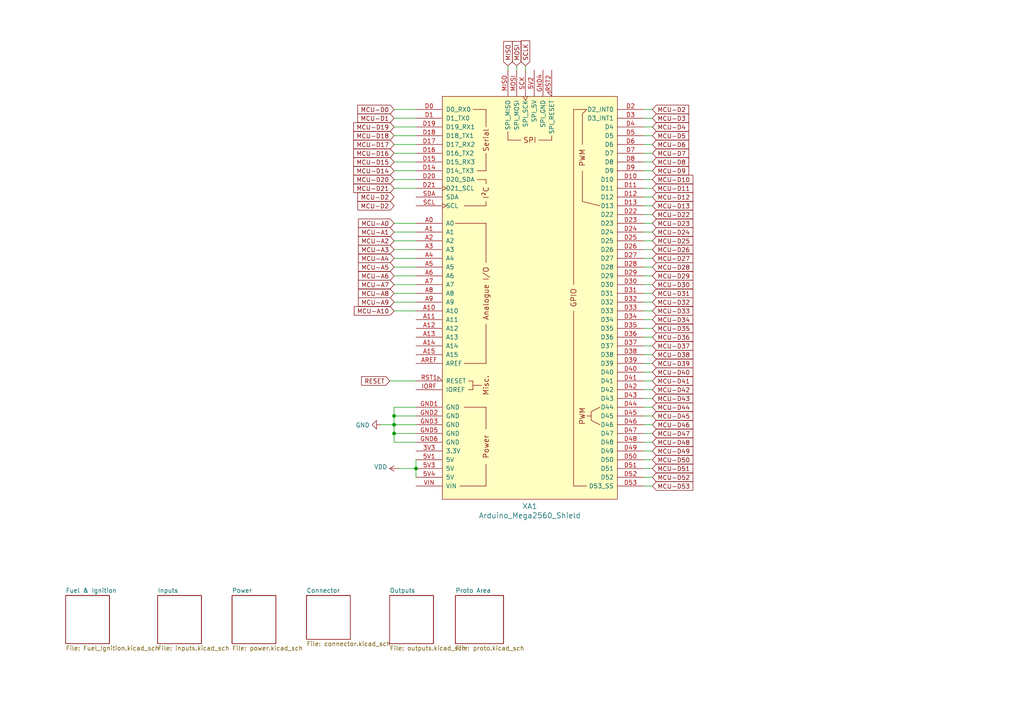
<source format=kicad_sch>
(kicad_sch (version 20250114) (generator "eeschema") (generator_version "9.0")
  (paper "A4")
  (title_block (title "0.4") (date "2021-03-27") (rev "4d") (company "Speeduino"))
  (lib_symbols
    (symbol "power:GND" (power) (pin_numbers (hide yes)) (pin_names (offset 0) (hide yes))
      (property "Value" "GND" (at 0 -3.81 0))
      (symbol "GND_0_1"
        (polyline (pts (xy 0 0) (xy 0 -1.27) (xy 1.27 -1.27) (xy 0 -2.54) (xy -1.27 -1.27) (xy 0 -1.27)))
      )
      (symbol "GND_1_1"
        (pin power_in line (at 0 0 270) (length 0) (name "~") (number "1"))
      )
    )
    (symbol "power:VDD" (power) (pin_numbers (hide yes)) (pin_names (offset 0) (hide yes))
      (property "Value" "VDD" (at 0 3.556 0))
      (symbol "VDD_0_1"
        (polyline (pts (xy -0.762 1.27) (xy 0 2.54)))
        (polyline (pts (xy 0 2.54) (xy 0.762 1.27)))
        (polyline (pts (xy 0 0) (xy 0 2.54)))
      )
      (symbol "VDD_1_1"
        (pin power_in line (at 0 0 90) (length 0) (name "~") (number "1"))
      )
    )
    (symbol "v0.4.4c-rescue:Arduino_Mega2560_Shield-Arduino" (pin_names (offset 1.016))
      (property "Reference" "XA" (at 2.54 0 90))
      (property "Value" "v0.4.4c-rescue_Arduino_Mega2560_Shield-Arduino" (at -2.54 0 90))
      (symbol "Arduino_Mega2560_Shield-Arduino_0_0"
        (rectangle (start -25.4 -58.42) (end 25.4 58.42) (fill (type background)))
        (polyline (pts (xy -21.59 21.59) (xy -12.7 21.59)))
        (rectangle (start -20.32 -54.61) (end -12.7 -54.61))
        (rectangle (start -19.05 26.67) (end -12.7 26.67))
        (rectangle (start -19.05 -19.05) (end -12.7 -19.05))
        (rectangle (start -19.05 -31.75) (end -12.7 -31.75))
        (rectangle (start -17.78 -24.13) (end -16.51 -24.13))
        (rectangle (start -17.78 -26.67) (end -16.51 -26.67))
        (rectangle (start -16.51 54.61) (end -12.7 54.61))
        (rectangle (start -16.51 -24.13) (end -16.51 -26.67))
        (rectangle (start -16.51 -25.4) (end -13.97 -25.4))
        (rectangle (start -15.24 36.83) (end -12.7 36.83))
        (rectangle (start -15.24 34.29) (end -12.7 34.29))
        (rectangle (start -12.7 49.53) (end -12.7 54.61))
        (rectangle (start -12.7 41.91) (end -12.7 36.83))
        (rectangle (start -12.7 34.29) (end -12.7 33.02))
        (rectangle (start -12.7 26.67) (end -12.7 27.94))
        (polyline (pts (xy -12.7 10.16) (xy -12.7 21.59)))
        (polyline (pts (xy -12.7 -19.05) (xy -12.7 -7.62)))
        (rectangle (start -12.7 -31.75) (end -12.7 -38.1))
        (rectangle (start -12.7 -54.61) (end -12.7 -48.26))
        (rectangle (start -6.35 48.26) (end -6.35 45.72))
        (rectangle (start -2.54 45.72) (end -6.35 45.72))
        (rectangle (start 6.35 46.99) (end 6.35 45.72))
        (rectangle (start 6.35 45.72) (end 2.54 45.72))
        (polyline (pts (xy 12.7 54.61) (xy 16.51 54.61)))
        (polyline (pts (xy 12.7 -54.61) (xy 16.51 -54.61)))
        (polyline (pts (xy 15.24 44.45) (xy 15.24 53.34) (xy 16.51 54.61)))
        (polyline (pts (xy 15.24 36.83) (xy 15.24 27.94) (xy 20.32 26.67)))
        (polyline (pts (xy 17.78 -34.29) (xy 16.51 -34.29)))
        (polyline (pts (xy 20.32 -31.75) (xy 17.78 -33.02) (xy 17.78 -35.56) (xy 20.32 -36.83)))
        (text "Serial" (at -12.7 45.72 900) (effects (font (size 1.524 1.524))))
        (text "I²C" (at -12.7 30.48 900) (effects (font (size 1.524 1.524))))
        (text "Analogue I/O" (at -12.7 1.27 900) (effects (font (size 1.524 1.524))))
        (text "Misc." (at -12.7 -25.4 900) (effects (font (size 1.524 1.524))))
        (text "Power" (at -12.7 -43.18 900) (effects (font (size 1.524 1.524))))
        (text "SPI" (at 0 45.72 0) (effects (font (size 1.524 1.524))))
        (text "PWM" (at 15.24 40.64 900) (effects (font (size 1.524 1.524))))
        (text "PWM" (at 15.24 -34.29 900) (effects (font (size 1.524 1.524))))
      )
      (symbol "Arduino_Mega2560_Shield-Arduino_1_0"
        (rectangle (start 12.7 54.61) (end 12.7 3.81))
        (rectangle (start 12.7 -54.61) (end 12.7 -3.81))
        (text "GPIO" (at 12.7 0 900) (effects (font (size 1.524 1.524))))
      )
      (symbol "Arduino_Mega2560_Shield-Arduino_1_1"
        (pin bidirectional line (at -33.02 54.61 0) (length 7.62) (name "D0_RX0") (number "D0"))
        (pin bidirectional line (at -33.02 52.07 0) (length 7.62) (name "D1_TX0") (number "D1"))
        (pin bidirectional line (at -33.02 49.53 0) (length 7.62) (name "D19_RX1") (number "D19"))
        (pin bidirectional line (at -33.02 46.99 0) (length 7.62) (name "D18_TX1") (number "D18"))
        (pin bidirectional line (at -33.02 44.45 0) (length 7.62) (name "D17_RX2") (number "D17"))
        (pin bidirectional line (at -33.02 41.91 0) (length 7.62) (name "D16_TX2") (number "D16"))
        (pin bidirectional line (at -33.02 39.37 0) (length 7.62) (name "D15_RX3") (number "D15"))
        (pin bidirectional line (at -33.02 36.83 0) (length 7.62) (name "D14_TX3") (number "D14"))
        (pin bidirectional line (at -33.02 34.29 0) (length 7.62) (name "D20_SDA") (number "D20"))
        (pin bidirectional clock (at -33.02 31.75 0) (length 7.62) (name "D21_SCL") (number "D21"))
        (pin bidirectional line (at -33.02 29.21 0) (length 7.62) (name "SDA") (number "SDA"))
        (pin bidirectional clock (at -33.02 26.67 0) (length 7.62) (name "SCL") (number "SCL"))
        (pin bidirectional line (at -33.02 21.59 0) (length 7.62) (name "A0") (number "A0"))
        (pin bidirectional line (at -33.02 19.05 0) (length 7.62) (name "A1") (number "A1"))
        (pin bidirectional line (at -33.02 16.51 0) (length 7.62) (name "A2") (number "A2"))
        (pin bidirectional line (at -33.02 13.97 0) (length 7.62) (name "A3") (number "A3"))
        (pin bidirectional line (at -33.02 11.43 0) (length 7.62) (name "A4") (number "A4"))
        (pin bidirectional line (at -33.02 8.89 0) (length 7.62) (name "A5") (number "A5"))
        (pin bidirectional line (at -33.02 6.35 0) (length 7.62) (name "A6") (number "A6"))
        (pin bidirectional line (at -33.02 3.81 0) (length 7.62) (name "A7") (number "A7"))
        (pin bidirectional line (at -33.02 1.27 0) (length 7.62) (name "A8") (number "A8"))
        (pin bidirectional line (at -33.02 -1.27 0) (length 7.62) (name "A9") (number "A9"))
        (pin bidirectional line (at -33.02 -3.81 0) (length 7.62) (name "A10") (number "A10"))
        (pin bidirectional line (at -33.02 -6.35 0) (length 7.62) (name "A11") (number "A11"))
        (pin bidirectional line (at -33.02 -8.89 0) (length 7.62) (name "A12") (number "A12"))
        (pin bidirectional line (at -33.02 -11.43 0) (length 7.62) (name "A13") (number "A13"))
        (pin bidirectional line (at -33.02 -13.97 0) (length 7.62) (name "A14") (number "A14"))
        (pin bidirectional line (at -33.02 -16.51 0) (length 7.62) (name "A15") (number "A15"))
        (pin input line (at -33.02 -19.05 0) (length 7.62) (name "AREF") (number "AREF"))
        (pin open_collector input_low (at -33.02 -24.13 0) (length 7.62) (name "RESET") (number "RST1"))
        (pin output line (at -33.02 -26.67 0) (length 7.62) (name "IOREF") (number "IORF"))
        (pin power_in line (at -33.02 -31.75 0) (length 7.62) (name "GND") (number "GND1"))
        (pin power_in line (at -33.02 -34.29 0) (length 7.62) (name "GND") (number "GND2"))
        (pin power_in line (at -33.02 -36.83 0) (length 7.62) (name "GND") (number "GND3"))
        (pin power_in line (at -33.02 -39.37 0) (length 7.62) (name "GND") (number "GND5"))
        (pin power_in line (at -33.02 -41.91 0) (length 7.62) (name "GND") (number "GND6"))
        (pin power_in line (at -33.02 -44.45 0) (length 7.62) (name "3.3V") (number "3V3"))
        (pin power_in line (at -33.02 -46.99 0) (length 7.62) (name "5V") (number "5V1"))
        (pin power_in line (at -33.02 -49.53 0) (length 7.62) (name "5V") (number "5V3"))
        (pin power_in line (at -33.02 -52.07 0) (length 7.62) (name "5V") (number "5V4"))
        (pin power_in line (at -33.02 -54.61 0) (length 7.62) (name "VIN") (number "VIN"))
        (pin input line (at -6.35 66.04 270) (length 7.62) (name "SPI_MISO") (number "MISO"))
        (pin output line (at -3.81 66.04 270) (length 7.62) (name "SPI_MOSI") (number "MOSI"))
        (pin output clock (at -1.27 66.04 270) (length 7.62) (name "SPI_SCK") (number "SCK"))
        (pin power_in line (at 1.27 66.04 270) (length 7.62) (name "SPI_5V") (number "5V2"))
        (pin power_in line (at 3.81 66.04 270) (length 7.62) (name "SPI_GND") (number "GND4"))
        (pin open_collector input_low (at 6.35 66.04 270) (length 7.62) (name "SPI_RESET") (number "RST2"))
        (pin bidirectional line (at 33.02 54.61 180) (length 7.62) (name "D2_INT0") (number "D2"))
        (pin bidirectional line (at 33.02 52.07 180) (length 7.62) (name "D3_INT1") (number "D3"))
        (pin bidirectional line (at 33.02 49.53 180) (length 7.62) (name "D4") (number "D4"))
        (pin bidirectional line (at 33.02 46.99 180) (length 7.62) (name "D5") (number "D5"))
        (pin bidirectional line (at 33.02 44.45 180) (length 7.62) (name "D6") (number "D6"))
        (pin bidirectional line (at 33.02 41.91 180) (length 7.62) (name "D7") (number "D7"))
        (pin bidirectional line (at 33.02 39.37 180) (length 7.62) (name "D8") (number "D8"))
        (pin bidirectional line (at 33.02 36.83 180) (length 7.62) (name "D9") (number "D9"))
        (pin bidirectional line (at 33.02 34.29 180) (length 7.62) (name "D10") (number "D10"))
        (pin bidirectional line (at 33.02 31.75 180) (length 7.62) (name "D11") (number "D11"))
        (pin bidirectional line (at 33.02 29.21 180) (length 7.62) (name "D12") (number "D12"))
        (pin bidirectional line (at 33.02 26.67 180) (length 7.62) (name "D13") (number "D13"))
        (pin bidirectional line (at 33.02 24.13 180) (length 7.62) (name "D22") (number "D22"))
        (pin bidirectional line (at 33.02 21.59 180) (length 7.62) (name "D23") (number "D23"))
        (pin bidirectional line (at 33.02 19.05 180) (length 7.62) (name "D24") (number "D24"))
        (pin bidirectional line (at 33.02 16.51 180) (length 7.62) (name "D25") (number "D25"))
        (pin bidirectional line (at 33.02 13.97 180) (length 7.62) (name "D26") (number "D26"))
        (pin bidirectional line (at 33.02 11.43 180) (length 7.62) (name "D27") (number "D27"))
        (pin bidirectional line (at 33.02 8.89 180) (length 7.62) (name "D28") (number "D28"))
        (pin bidirectional line (at 33.02 6.35 180) (length 7.62) (name "D29") (number "D29"))
        (pin bidirectional line (at 33.02 3.81 180) (length 7.62) (name "D30") (number "D30"))
        (pin bidirectional line (at 33.02 1.27 180) (length 7.62) (name "D31") (number "D31"))
        (pin bidirectional line (at 33.02 -1.27 180) (length 7.62) (name "D32") (number "D32"))
        (pin bidirectional line (at 33.02 -3.81 180) (length 7.62) (name "D33") (number "D33"))
        (pin bidirectional line (at 33.02 -6.35 180) (length 7.62) (name "D34") (number "D34"))
        (pin bidirectional line (at 33.02 -8.89 180) (length 7.62) (name "D35") (number "D35"))
        (pin bidirectional line (at 33.02 -11.43 180) (length 7.62) (name "D36") (number "D36"))
        (pin bidirectional line (at 33.02 -13.97 180) (length 7.62) (name "D37") (number "D37"))
        (pin bidirectional line (at 33.02 -16.51 180) (length 7.62) (name "D38") (number "D38"))
        (pin bidirectional line (at 33.02 -19.05 180) (length 7.62) (name "D39") (number "D39"))
        (pin bidirectional line (at 33.02 -21.59 180) (length 7.62) (name "D40") (number "D40"))
        (pin bidirectional line (at 33.02 -24.13 180) (length 7.62) (name "D41") (number "D41"))
        (pin bidirectional line (at 33.02 -26.67 180) (length 7.62) (name "D42") (number "D42"))
        (pin bidirectional line (at 33.02 -29.21 180) (length 7.62) (name "D43") (number "D43"))
        (pin bidirectional line (at 33.02 -31.75 180) (length 7.62) (name "D44") (number "D44"))
        (pin bidirectional line (at 33.02 -34.29 180) (length 7.62) (name "D45") (number "D45"))
        (pin bidirectional line (at 33.02 -36.83 180) (length 7.62) (name "D46") (number "D46"))
        (pin bidirectional line (at 33.02 -39.37 180) (length 7.62) (name "D47") (number "D47"))
        (pin bidirectional line (at 33.02 -41.91 180) (length 7.62) (name "D48") (number "D48"))
        (pin bidirectional line (at 33.02 -44.45 180) (length 7.62) (name "D49") (number "D49"))
        (pin bidirectional line (at 33.02 -46.99 180) (length 7.62) (name "D50") (number "D50"))
        (pin bidirectional line (at 33.02 -49.53 180) (length 7.62) (name "D51") (number "D51"))
        (pin bidirectional line (at 33.02 -52.07 180) (length 7.62) (name "D52") (number "D52"))
        (pin bidirectional line (at 33.02 -54.61 180) (length 7.62) (name "D53_SS") (number "D53"))
      )
    )
  )
  (junction (at 120.65 135.89))
  (junction (at 114.3 120.65))
  (junction (at 114.3 125.73))
  (junction (at 114.3 123.19))
  (wire (pts (xy 189.23 59.69) (xy 186.69 59.69)))
  (wire (pts (xy 120.65 74.93) (xy 114.3 74.93)))
  (wire (pts (xy 114.3 41.91) (xy 120.65 41.91)))
  (wire (pts (xy 120.65 133.35) (xy 120.65 135.89)))
  (wire (pts (xy 120.65 49.53) (xy 114.3 49.53)))
  (wire (pts (xy 120.65 123.19) (xy 114.3 123.19)))
  (wire (pts (xy 120.65 118.11) (xy 114.3 118.11)))
  (wire (pts (xy 189.23 49.53) (xy 186.69 49.53)))
  (wire (pts (xy 189.23 44.45) (xy 186.69 44.45)))
  (wire (pts (xy 114.3 46.99) (xy 120.65 46.99)))
  (wire (pts (xy 114.3 118.11) (xy 114.3 120.65)))
  (wire (pts (xy 152.4 19.05) (xy 152.4 20.32)))
  (wire (pts (xy 186.69 135.89) (xy 189.23 135.89)))
  (wire (pts (xy 186.69 52.07) (xy 189.23 52.07)))
  (wire (pts (xy 120.65 138.43) (xy 120.65 135.89)))
  (wire (pts (xy 114.3 82.55) (xy 120.65 82.55)))
  (wire (pts (xy 113.03 110.49) (xy 120.65 110.49)))
  (wire (pts (xy 186.69 125.73) (xy 189.23 125.73)))
  (wire (pts (xy 120.65 128.27) (xy 114.3 128.27)))
  (wire (pts (xy 186.69 140.97) (xy 189.23 140.97)))
  (wire (pts (xy 189.23 118.11) (xy 186.69 118.11)))
  (wire (pts (xy 186.69 74.93) (xy 189.23 74.93)))
  (wire (pts (xy 189.23 133.35) (xy 186.69 133.35)))
  (wire (pts (xy 114.3 67.31) (xy 120.65 67.31)))
  (wire (pts (xy 120.65 120.65) (xy 114.3 120.65)))
  (wire (pts (xy 186.69 105.41) (xy 189.23 105.41)))
  (wire (pts (xy 189.23 39.37) (xy 186.69 39.37)))
  (wire (pts (xy 120.65 125.73) (xy 114.3 125.73)))
  (wire (pts (xy 114.3 77.47) (xy 120.65 77.47)))
  (wire (pts (xy 120.65 44.45) (xy 114.3 44.45)))
  (wire (pts (xy 186.69 80.01) (xy 189.23 80.01)))
  (wire (pts (xy 120.65 34.29) (xy 114.3 34.29)))
  (wire (pts (xy 120.65 80.01) (xy 114.3 80.01)))
  (wire (pts (xy 186.69 115.57) (xy 189.23 115.57)))
  (wire (pts (xy 189.23 123.19) (xy 186.69 123.19)))
  (wire (pts (xy 120.65 90.17) (xy 114.3 90.17)))
  (wire (pts (xy 186.69 41.91) (xy 189.23 41.91)))
  (wire (pts (xy 186.69 46.99) (xy 189.23 46.99)))
  (wire (pts (xy 189.23 67.31) (xy 186.69 67.31)))
  (wire (pts (xy 186.69 85.09) (xy 189.23 85.09)))
  (wire (pts (xy 149.86 19.05) (xy 149.86 20.32)))
  (wire (pts (xy 114.3 128.27) (xy 114.3 125.73)))
  (wire (pts (xy 186.69 130.81) (xy 189.23 130.81)))
  (wire (pts (xy 189.23 113.03) (xy 186.69 113.03)))
  (wire (pts (xy 147.32 19.05) (xy 147.32 20.32)))
  (wire (pts (xy 189.23 62.23) (xy 186.69 62.23)))
  (wire (pts (xy 120.65 39.37) (xy 114.3 39.37)))
  (wire (pts (xy 114.3 52.07) (xy 120.65 52.07)))
  (wire (pts (xy 189.23 102.87) (xy 186.69 102.87)))
  (wire (pts (xy 186.69 95.25) (xy 189.23 95.25)))
  (wire (pts (xy 189.23 87.63) (xy 186.69 87.63)))
  (wire (pts (xy 120.65 54.61) (xy 114.3 54.61)))
  (wire (pts (xy 189.23 128.27) (xy 186.69 128.27)))
  (wire (pts (xy 115.57 135.89) (xy 120.65 135.89)))
  (wire (pts (xy 114.3 72.39) (xy 120.65 72.39)))
  (wire (pts (xy 186.69 69.85) (xy 189.23 69.85)))
  (wire (pts (xy 189.23 107.95) (xy 186.69 107.95)))
  (wire (pts (xy 189.23 77.47) (xy 186.69 77.47)))
  (wire (pts (xy 189.23 54.61) (xy 186.69 54.61)))
  (wire (pts (xy 114.3 31.75) (xy 120.65 31.75)))
  (wire (pts (xy 120.65 69.85) (xy 114.3 69.85)))
  (wire (pts (xy 114.3 87.63) (xy 120.65 87.63)))
  (wire (pts (xy 189.23 92.71) (xy 186.69 92.71)))
  (wire (pts (xy 186.69 90.17) (xy 189.23 90.17)))
  (wire (pts (xy 186.69 64.77) (xy 189.23 64.77)))
  (wire (pts (xy 186.69 100.33) (xy 189.23 100.33)))
  (wire (pts (xy 186.69 31.75) (xy 189.23 31.75)))
  (wire (pts (xy 114.3 36.83) (xy 120.65 36.83)))
  (wire (pts (xy 186.69 36.83) (xy 189.23 36.83)))
  (wire (pts (xy 114.3 123.19) (xy 110.49 123.19)))
  (wire (pts (xy 189.23 34.29) (xy 186.69 34.29)))
  (wire (pts (xy 120.65 85.09) (xy 114.3 85.09)))
  (wire (pts (xy 186.69 120.65) (xy 189.23 120.65)))
  (wire (pts (xy 189.23 82.55) (xy 186.69 82.55)))
  (wire (pts (xy 114.3 125.73) (xy 114.3 123.19)))
  (wire (pts (xy 186.69 110.49) (xy 189.23 110.49)))
  (wire (pts (xy 189.23 72.39) (xy 186.69 72.39)))
  (wire (pts (xy 189.23 138.43) (xy 186.69 138.43)))
  (wire (pts (xy 114.3 120.65) (xy 114.3 123.19)))
  (wire (pts (xy 186.69 57.15) (xy 189.23 57.15)))
  (wire (pts (xy 189.23 97.79) (xy 186.69 97.79)))
  (wire (pts (xy 114.3 64.77) (xy 120.65 64.77)))
  (global_label "MCU-D6" (shape input) (at 189.23 41.91 0) (property "Intersheetrefs" "${INTERSHEET_REFS}" (effects (hide yes))))
  (global_label "MCU-D44" (shape input) (at 189.23 118.11 0) (property "Intersheetrefs" "${INTERSHEET_REFS}" (effects (hide yes))))
  (global_label "MCU-D0" (shape input) (at 114.3 31.75 180) (property "Intersheetrefs" "${INTERSHEET_REFS}" (effects (hide yes))))
  (global_label "MCU-D21" (shape input) (at 114.3 54.61 180) (property "Intersheetrefs" "${INTERSHEET_REFS}" (effects (hide yes))))
  (global_label "MCU-D13" (shape input) (at 189.23 59.69 0) (property "Intersheetrefs" "${INTERSHEET_REFS}" (effects (hide yes))))
  (global_label "MCU-D48" (shape input) (at 189.23 128.27 0) (property "Intersheetrefs" "${INTERSHEET_REFS}" (effects (hide yes))))
  (global_label "MCU-D14" (shape input) (at 114.3 49.53 180) (property "Intersheetrefs" "${INTERSHEET_REFS}" (effects (hide yes))))
  (global_label "MCU-D52" (shape input) (at 189.23 138.43 0) (property "Intersheetrefs" "${INTERSHEET_REFS}" (effects (hide yes))))
  (global_label "MCU-D2" (shape input) (at 114.3 57.15 180) (property "Intersheetrefs" "${INTERSHEET_REFS}" (effects (hide yes))))
  (global_label "MCU-D46" (shape input) (at 189.23 123.19 0) (property "Intersheetrefs" "${INTERSHEET_REFS}" (effects (hide yes))))
  (global_label "MCU-D10" (shape input) (at 189.23 52.07 0) (property "Intersheetrefs" "${INTERSHEET_REFS}" (effects (hide yes))))
  (global_label "MCU-D1" (shape input) (at 114.3 34.29 180) (property "Intersheetrefs" "${INTERSHEET_REFS}" (effects (hide yes))))
  (global_label "MCU-D40" (shape input) (at 189.23 107.95 0) (property "Intersheetrefs" "${INTERSHEET_REFS}" (effects (hide yes))))
  (global_label "MCU-D20" (shape input) (at 114.3 52.07 180) (property "Intersheetrefs" "${INTERSHEET_REFS}" (effects (hide yes))))
  (global_label "MCU-D41" (shape input) (at 189.23 110.49 0) (property "Intersheetrefs" "${INTERSHEET_REFS}" (effects (hide yes))))
  (global_label "MCU-D9" (shape input) (at 189.23 49.53 0) (property "Intersheetrefs" "${INTERSHEET_REFS}" (effects (hide yes))))
  (global_label "MCU-D30" (shape input) (at 189.23 82.55 0) (property "Intersheetrefs" "${INTERSHEET_REFS}" (effects (hide yes))))
  (global_label "RESET" (shape input) (at 113.03 110.49 180) (property "Intersheetrefs" "${INTERSHEET_REFS}" (effects (hide yes))))
  (global_label "MCU-D16" (shape input) (at 114.3 44.45 180) (property "Intersheetrefs" "${INTERSHEET_REFS}" (effects (hide yes))))
  (global_label "MCU-D25" (shape input) (at 189.23 69.85 0) (property "Intersheetrefs" "${INTERSHEET_REFS}" (effects (hide yes))))
  (global_label "MCU-A1" (shape input) (at 114.3 67.31 180) (property "Intersheetrefs" "${INTERSHEET_REFS}" (effects (hide yes))))
  (global_label "MCU-A10" (shape input) (at 114.3 90.17 180) (property "Intersheetrefs" "${INTERSHEET_REFS}" (effects (hide yes))))
  (global_label "MCU-D39" (shape input) (at 189.23 105.41 0) (property "Intersheetrefs" "${INTERSHEET_REFS}" (effects (hide yes))))
  (global_label "MCU-D15" (shape input) (at 114.3 46.99 180) (property "Intersheetrefs" "${INTERSHEET_REFS}" (effects (hide yes))))
  (global_label "MCU-A5" (shape input) (at 114.3 77.47 180) (property "Intersheetrefs" "${INTERSHEET_REFS}" (effects (hide yes))))
  (global_label "MCU-D47" (shape input) (at 189.23 125.73 0) (property "Intersheetrefs" "${INTERSHEET_REFS}" (effects (hide yes))))
  (global_label "MCU-D33" (shape input) (at 189.23 90.17 0) (property "Intersheetrefs" "${INTERSHEET_REFS}" (effects (hide yes))))
  (global_label "MCU-A0" (shape input) (at 114.3 64.77 180) (property "Intersheetrefs" "${INTERSHEET_REFS}" (effects (hide yes))))
  (global_label "MCU-D34" (shape input) (at 189.23 92.71 0) (property "Intersheetrefs" "${INTERSHEET_REFS}" (effects (hide yes))))
  (global_label "MCU-D53" (shape input) (at 189.23 140.97 0) (property "Intersheetrefs" "${INTERSHEET_REFS}" (effects (hide yes))))
  (global_label "MCU-D18" (shape input) (at 114.3 39.37 180) (property "Intersheetrefs" "${INTERSHEET_REFS}" (effects (hide yes))))
  (global_label "MCU-D49" (shape input) (at 189.23 130.81 0) (property "Intersheetrefs" "${INTERSHEET_REFS}" (effects (hide yes))))
  (global_label "MCU-D45" (shape input) (at 189.23 120.65 0) (property "Intersheetrefs" "${INTERSHEET_REFS}" (effects (hide yes))))
  (global_label "MCU-D23" (shape input) (at 189.23 64.77 0) (property "Intersheetrefs" "${INTERSHEET_REFS}" (effects (hide yes))))
  (global_label "MCU-A3" (shape input) (at 114.3 72.39 180) (property "Intersheetrefs" "${INTERSHEET_REFS}" (effects (hide yes))))
  (global_label "MCU-D31" (shape input) (at 189.23 85.09 0) (property "Intersheetrefs" "${INTERSHEET_REFS}" (effects (hide yes))))
  (global_label "MCU-A2" (shape input) (at 114.3 69.85 180) (property "Intersheetrefs" "${INTERSHEET_REFS}" (effects (hide yes))))
  (global_label "MCU-D22" (shape input) (at 189.23 62.23 0) (property "Intersheetrefs" "${INTERSHEET_REFS}" (effects (hide yes))))
  (global_label "MCU-D2" (shape input) (at 189.23 31.75 0) (property "Intersheetrefs" "${INTERSHEET_REFS}" (effects (hide yes))))
  (global_label "MCU-A8" (shape input) (at 114.3 85.09 180) (property "Intersheetrefs" "${INTERSHEET_REFS}" (effects (hide yes))))
  (global_label "MCU-D4" (shape input) (at 189.23 36.83 0) (property "Intersheetrefs" "${INTERSHEET_REFS}" (effects (hide yes))))
  (global_label "MCU-D12" (shape input) (at 189.23 57.15 0) (property "Intersheetrefs" "${INTERSHEET_REFS}" (effects (hide yes))))
  (global_label "MCU-D42" (shape input) (at 189.23 113.03 0) (property "Intersheetrefs" "${INTERSHEET_REFS}" (effects (hide yes))))
  (global_label "MISO" (shape input) (at 147.32 19.05 90) (property "Intersheetrefs" "${INTERSHEET_REFS}" (effects (hide yes))))
  (global_label "MCU-A4" (shape input) (at 114.3 74.93 180) (property "Intersheetrefs" "${INTERSHEET_REFS}" (effects (hide yes))))
  (global_label "MCU-D29" (shape input) (at 189.23 80.01 0) (property "Intersheetrefs" "${INTERSHEET_REFS}" (effects (hide yes))))
  (global_label "MCU-D51" (shape input) (at 189.23 135.89 0) (property "Intersheetrefs" "${INTERSHEET_REFS}" (effects (hide yes))))
  (global_label "MCU-D38" (shape input) (at 189.23 102.87 0) (property "Intersheetrefs" "${INTERSHEET_REFS}" (effects (hide yes))))
  (global_label "MCU-D32" (shape input) (at 189.23 87.63 0) (property "Intersheetrefs" "${INTERSHEET_REFS}" (effects (hide yes))))
  (global_label "MCU-D36" (shape input) (at 189.23 97.79 0) (property "Intersheetrefs" "${INTERSHEET_REFS}" (effects (hide yes))))
  (global_label "MCU-D35" (shape input) (at 189.23 95.25 0) (property "Intersheetrefs" "${INTERSHEET_REFS}" (effects (hide yes))))
  (global_label "MCU-D7" (shape input) (at 189.23 44.45 0) (property "Intersheetrefs" "${INTERSHEET_REFS}" (effects (hide yes))))
  (global_label "MOSI" (shape input) (at 149.86 19.05 90) (property "Intersheetrefs" "${INTERSHEET_REFS}" (effects (hide yes))))
  (global_label "MCU-D24" (shape input) (at 189.23 67.31 0) (property "Intersheetrefs" "${INTERSHEET_REFS}" (effects (hide yes))))
  (global_label "MCU-D27" (shape input) (at 189.23 74.93 0) (property "Intersheetrefs" "${INTERSHEET_REFS}" (effects (hide yes))))
  (global_label "MCU-D11" (shape input) (at 189.23 54.61 0) (property "Intersheetrefs" "${INTERSHEET_REFS}" (effects (hide yes))))
  (global_label "MCU-D8" (shape input) (at 189.23 46.99 0) (property "Intersheetrefs" "${INTERSHEET_REFS}" (effects (hide yes))))
  (global_label "MCU-D5" (shape input) (at 189.23 39.37 0) (property "Intersheetrefs" "${INTERSHEET_REFS}" (effects (hide yes))))
  (global_label "MCU-A6" (shape input) (at 114.3 80.01 180) (property "Intersheetrefs" "${INTERSHEET_REFS}" (effects (hide yes))))
  (global_label "MCU-A7" (shape input) (at 114.3 82.55 180) (property "Intersheetrefs" "${INTERSHEET_REFS}" (effects (hide yes))))
  (global_label "MCU-D17" (shape input) (at 114.3 41.91 180) (property "Intersheetrefs" "${INTERSHEET_REFS}" (effects (hide yes))))
  (global_label "MCU-D3" (shape input) (at 189.23 34.29 0) (property "Intersheetrefs" "${INTERSHEET_REFS}" (effects (hide yes))))
  (global_label "MCU-D43" (shape input) (at 189.23 115.57 0) (property "Intersheetrefs" "${INTERSHEET_REFS}" (effects (hide yes))))
  (global_label "MCU-D37" (shape input) (at 189.23 100.33 0) (property "Intersheetrefs" "${INTERSHEET_REFS}" (effects (hide yes))))
  (global_label "MCU-A9" (shape input) (at 114.3 87.63 180) (property "Intersheetrefs" "${INTERSHEET_REFS}" (effects (hide yes))))
  (global_label "MCU-D2" (shape input) (at 114.3 59.69 180) (property "Intersheetrefs" "${INTERSHEET_REFS}" (effects (hide yes))))
  (global_label "MCU-D28" (shape input) (at 189.23 77.47 0) (property "Intersheetrefs" "${INTERSHEET_REFS}" (effects (hide yes))))
  (global_label "MCU-D26" (shape input) (at 189.23 72.39 0) (property "Intersheetrefs" "${INTERSHEET_REFS}" (effects (hide yes))))
  (global_label "MCU-D50" (shape input) (at 189.23 133.35 0) (property "Intersheetrefs" "${INTERSHEET_REFS}" (effects (hide yes))))
  (global_label "SCLK" (shape input) (at 152.4 19.05 90) (property "Intersheetrefs" "${INTERSHEET_REFS}" (effects (hide yes))))
  (global_label "MCU-D19" (shape input) (at 114.3 36.83 180) (property "Intersheetrefs" "${INTERSHEET_REFS}" (effects (hide yes))))
  (symbol (lib_id "v0.4.4c-rescue:Arduino_Mega2560_Shield-Arduino") (at 153.67 86.36 0) (unit 1)
    (property "Reference" "XA1" (at 153.67 146.8374 0) (effects (font (size 1.524 1.524))))
    (property "Value" "Arduino_Mega2560_Shield" (at 153.67 149.5298 0) (effects (font (size 1.524 1.524))))
    (property "Footprint" "Shields:Arduino_Mega2560_Shield_IO_Only" (effects (hide yes)))
  )
  (symbol (lib_id "power:GND") (at 110.49 123.19 270) (unit 1)
    (property "Reference" "#PWR01" (effects (hide yes)))
    (property "Value" "GND" (at 107.2388 123.317 90) (effects (justify right)))
  )
  (symbol (lib_id "power:VDD") (at 115.57 135.89 90) (unit 1)
    (property "Reference" "#PWR02" (effects (hide yes)))
    (property "Value" "VDD" (at 112.3442 135.4328 90) (effects (justify left)))
  )
  (sheet (at 19.05 172.72) (size 12.7 13.97)
    (property "Sheetname" "Fuel & Ignition" (at 19.05 172.0084 0) (effects (justify left bottom)))
    (property "Sheetfile" "Fuel_Ignition.kicad_sch" (at 19.05 187.2746 0) (effects (justify left top)))
  )
  (sheet (at 45.72 172.72) (size 12.7 13.97)
    (property "Sheetname" "Inputs" (at 45.72 172.0084 0) (effects (justify left bottom)))
    (property "Sheetfile" "inputs.kicad_sch" (at 45.72 187.2746 0) (effects (justify left top)))
  )
  (sheet (at 67.31 172.72) (size 12.7 13.97)
    (property "Sheetname" "Power" (at 67.31 172.0084 0) (effects (justify left bottom)))
    (property "Sheetfile" "power.kicad_sch" (at 67.31 187.2746 0) (effects (justify left top)))
  )
  (sheet (at 88.9 172.72) (size 12.7 12.7)
    (property "Sheetname" "Connector" (at 88.9 172.0084 0) (effects (justify left bottom)))
    (property "Sheetfile" "connector.kicad_sch" (at 88.9 186.0046 0) (effects (justify left top)))
  )
  (sheet (at 113.03 172.72) (size 12.7 13.97)
    (property "Sheetname" "Outputs" (at 113.03 172.0084 0) (effects (justify left bottom)))
    (property "Sheetfile" "outputs.kicad_sch" (at 113.03 187.2746 0) (effects (justify left top)))
  )
  (sheet (at 132.08 172.72) (size 13.97 13.97)
    (property "Sheetname" "Proto Area" (at 132.08 172.0084 0) (effects (justify left bottom)))
    (property "Sheetfile" "proto.kicad_sch" (at 132.08 187.2746 0) (effects (justify left top)))
  )
)
</source>
